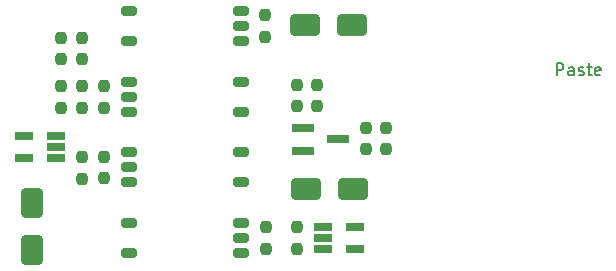
<source format=gbr>
%TF.GenerationSoftware,KiCad,Pcbnew,7.0.10*%
%TF.CreationDate,2024-07-25T14:24:15+01:00*%
%TF.ProjectId,RL78I1C_PMOD_PROG_ADAPTOR_ISO,524c3738-4931-4435-9f50-4d4f445f5052,0*%
%TF.SameCoordinates,PX5b8d800PY7997ee0*%
%TF.FileFunction,Paste,Top*%
%TF.FilePolarity,Positive*%
%FSLAX46Y46*%
G04 Gerber Fmt 4.6, Leading zero omitted, Abs format (unit mm)*
G04 Created by KiCad (PCBNEW 7.0.10) date 2024-07-25 14:24:15*
%MOMM*%
%LPD*%
G01*
G04 APERTURE LIST*
G04 Aperture macros list*
%AMRoundRect*
0 Rectangle with rounded corners*
0 $1 Rounding radius*
0 $2 $3 $4 $5 $6 $7 $8 $9 X,Y pos of 4 corners*
0 Add a 4 corners polygon primitive as box body*
4,1,4,$2,$3,$4,$5,$6,$7,$8,$9,$2,$3,0*
0 Add four circle primitives for the rounded corners*
1,1,$1+$1,$2,$3*
1,1,$1+$1,$4,$5*
1,1,$1+$1,$6,$7*
1,1,$1+$1,$8,$9*
0 Add four rect primitives between the rounded corners*
20,1,$1+$1,$2,$3,$4,$5,0*
20,1,$1+$1,$4,$5,$6,$7,0*
20,1,$1+$1,$6,$7,$8,$9,0*
20,1,$1+$1,$8,$9,$2,$3,0*%
G04 Aperture macros list end*
%ADD10C,0.150000*%
%ADD11R,1.560000X0.650000*%
%ADD12RoundRect,0.237500X0.237500X-0.250000X0.237500X0.250000X-0.237500X0.250000X-0.237500X-0.250000X0*%
%ADD13RoundRect,0.237500X-0.237500X0.250000X-0.237500X-0.250000X0.237500X-0.250000X0.237500X0.250000X0*%
%ADD14RoundRect,0.200000X-0.450000X-0.200000X0.450000X-0.200000X0.450000X0.200000X-0.450000X0.200000X0*%
%ADD15RoundRect,0.250000X-1.000000X-0.650000X1.000000X-0.650000X1.000000X0.650000X-1.000000X0.650000X0*%
%ADD16RoundRect,0.200000X0.450000X0.200000X-0.450000X0.200000X-0.450000X-0.200000X0.450000X-0.200000X0*%
%ADD17R,1.900000X0.800000*%
%ADD18RoundRect,0.250000X-0.650000X1.000000X-0.650000X-1.000000X0.650000X-1.000000X0.650000X1.000000X0*%
G04 APERTURE END LIST*
D10*
X57962779Y19774181D02*
X57962779Y20774181D01*
X57962779Y20774181D02*
X58343731Y20774181D01*
X58343731Y20774181D02*
X58438969Y20726562D01*
X58438969Y20726562D02*
X58486588Y20678943D01*
X58486588Y20678943D02*
X58534207Y20583705D01*
X58534207Y20583705D02*
X58534207Y20440848D01*
X58534207Y20440848D02*
X58486588Y20345610D01*
X58486588Y20345610D02*
X58438969Y20297991D01*
X58438969Y20297991D02*
X58343731Y20250372D01*
X58343731Y20250372D02*
X57962779Y20250372D01*
X59391350Y19774181D02*
X59391350Y20297991D01*
X59391350Y20297991D02*
X59343731Y20393229D01*
X59343731Y20393229D02*
X59248493Y20440848D01*
X59248493Y20440848D02*
X59058017Y20440848D01*
X59058017Y20440848D02*
X58962779Y20393229D01*
X59391350Y19821800D02*
X59296112Y19774181D01*
X59296112Y19774181D02*
X59058017Y19774181D01*
X59058017Y19774181D02*
X58962779Y19821800D01*
X58962779Y19821800D02*
X58915160Y19917039D01*
X58915160Y19917039D02*
X58915160Y20012277D01*
X58915160Y20012277D02*
X58962779Y20107515D01*
X58962779Y20107515D02*
X59058017Y20155134D01*
X59058017Y20155134D02*
X59296112Y20155134D01*
X59296112Y20155134D02*
X59391350Y20202753D01*
X59819922Y19821800D02*
X59915160Y19774181D01*
X59915160Y19774181D02*
X60105636Y19774181D01*
X60105636Y19774181D02*
X60200874Y19821800D01*
X60200874Y19821800D02*
X60248493Y19917039D01*
X60248493Y19917039D02*
X60248493Y19964658D01*
X60248493Y19964658D02*
X60200874Y20059896D01*
X60200874Y20059896D02*
X60105636Y20107515D01*
X60105636Y20107515D02*
X59962779Y20107515D01*
X59962779Y20107515D02*
X59867541Y20155134D01*
X59867541Y20155134D02*
X59819922Y20250372D01*
X59819922Y20250372D02*
X59819922Y20297991D01*
X59819922Y20297991D02*
X59867541Y20393229D01*
X59867541Y20393229D02*
X59962779Y20440848D01*
X59962779Y20440848D02*
X60105636Y20440848D01*
X60105636Y20440848D02*
X60200874Y20393229D01*
X60534208Y20440848D02*
X60915160Y20440848D01*
X60677065Y20774181D02*
X60677065Y19917039D01*
X60677065Y19917039D02*
X60724684Y19821800D01*
X60724684Y19821800D02*
X60819922Y19774181D01*
X60819922Y19774181D02*
X60915160Y19774181D01*
X61629446Y19821800D02*
X61534208Y19774181D01*
X61534208Y19774181D02*
X61343732Y19774181D01*
X61343732Y19774181D02*
X61248494Y19821800D01*
X61248494Y19821800D02*
X61200875Y19917039D01*
X61200875Y19917039D02*
X61200875Y20297991D01*
X61200875Y20297991D02*
X61248494Y20393229D01*
X61248494Y20393229D02*
X61343732Y20440848D01*
X61343732Y20440848D02*
X61534208Y20440848D01*
X61534208Y20440848D02*
X61629446Y20393229D01*
X61629446Y20393229D02*
X61677065Y20297991D01*
X61677065Y20297991D02*
X61677065Y20202753D01*
X61677065Y20202753D02*
X61200875Y20107515D01*
D11*
%TO.C,U6*%
X15550000Y12750000D03*
X15550000Y13700000D03*
X15550000Y14650000D03*
X12850000Y14650000D03*
X12850000Y12750000D03*
%TD*%
%TO.C,U5*%
X38150000Y6950000D03*
X38150000Y6000000D03*
X38150000Y5050000D03*
X40850000Y5050000D03*
X40850000Y6950000D03*
%TD*%
D12*
%TO.C,C6*%
X17800000Y10987500D03*
X17800000Y12812500D03*
%TD*%
D13*
%TO.C,C5*%
X36000000Y6912500D03*
X36000000Y5087500D03*
%TD*%
D12*
%TO.C,C2*%
X19650000Y17037500D03*
X19650000Y18862500D03*
%TD*%
D14*
%TO.C,U1*%
X21750000Y25245000D03*
X21750000Y22705000D03*
X31250000Y22705000D03*
X31250000Y23975000D03*
X31250000Y25245000D03*
%TD*%
D13*
%TO.C,R7*%
X16000000Y18862500D03*
X16000000Y17037500D03*
%TD*%
D15*
%TO.C,D1*%
X36650000Y24000000D03*
X40650000Y24000000D03*
%TD*%
D16*
%TO.C,U2*%
X31250000Y16705000D03*
X31250000Y19245000D03*
X21750000Y19245000D03*
X21750000Y17975000D03*
X21750000Y16705000D03*
%TD*%
D13*
%TO.C,R4*%
X37650000Y18962500D03*
X37650000Y17137500D03*
%TD*%
%TO.C,R6*%
X41850000Y15350000D03*
X41850000Y13525000D03*
%TD*%
%TO.C,R3*%
X36000000Y18962500D03*
X36000000Y17137500D03*
%TD*%
%TO.C,C1*%
X33250000Y24862500D03*
X33250000Y23037500D03*
%TD*%
D15*
%TO.C,D2*%
X36750000Y10150000D03*
X40750000Y10150000D03*
%TD*%
D14*
%TO.C,U4*%
X21750000Y7245000D03*
X21750000Y4705000D03*
X31250000Y4705000D03*
X31250000Y5975000D03*
X31250000Y7245000D03*
%TD*%
D13*
%TO.C,R5*%
X43500000Y15350000D03*
X43500000Y13525000D03*
%TD*%
%TO.C,R1*%
X16000000Y22962500D03*
X16000000Y21137500D03*
%TD*%
D17*
%TO.C,Q1*%
X36450000Y15300000D03*
X36450000Y13400000D03*
X39450000Y14350000D03*
%TD*%
D13*
%TO.C,C4*%
X33350000Y6912500D03*
X33350000Y5087500D03*
%TD*%
%TO.C,R8*%
X17800000Y18862500D03*
X17800000Y17037500D03*
%TD*%
D18*
%TO.C,D3*%
X13500000Y9000000D03*
X13500000Y5000000D03*
%TD*%
D16*
%TO.C,U3*%
X31250000Y10705000D03*
X31250000Y13245000D03*
X21750000Y13245000D03*
X21750000Y11975000D03*
X21750000Y10705000D03*
%TD*%
D12*
%TO.C,R2*%
X17800000Y21137500D03*
X17800000Y22962500D03*
%TD*%
%TO.C,C3*%
X19650000Y11037500D03*
X19650000Y12862500D03*
%TD*%
M02*

</source>
